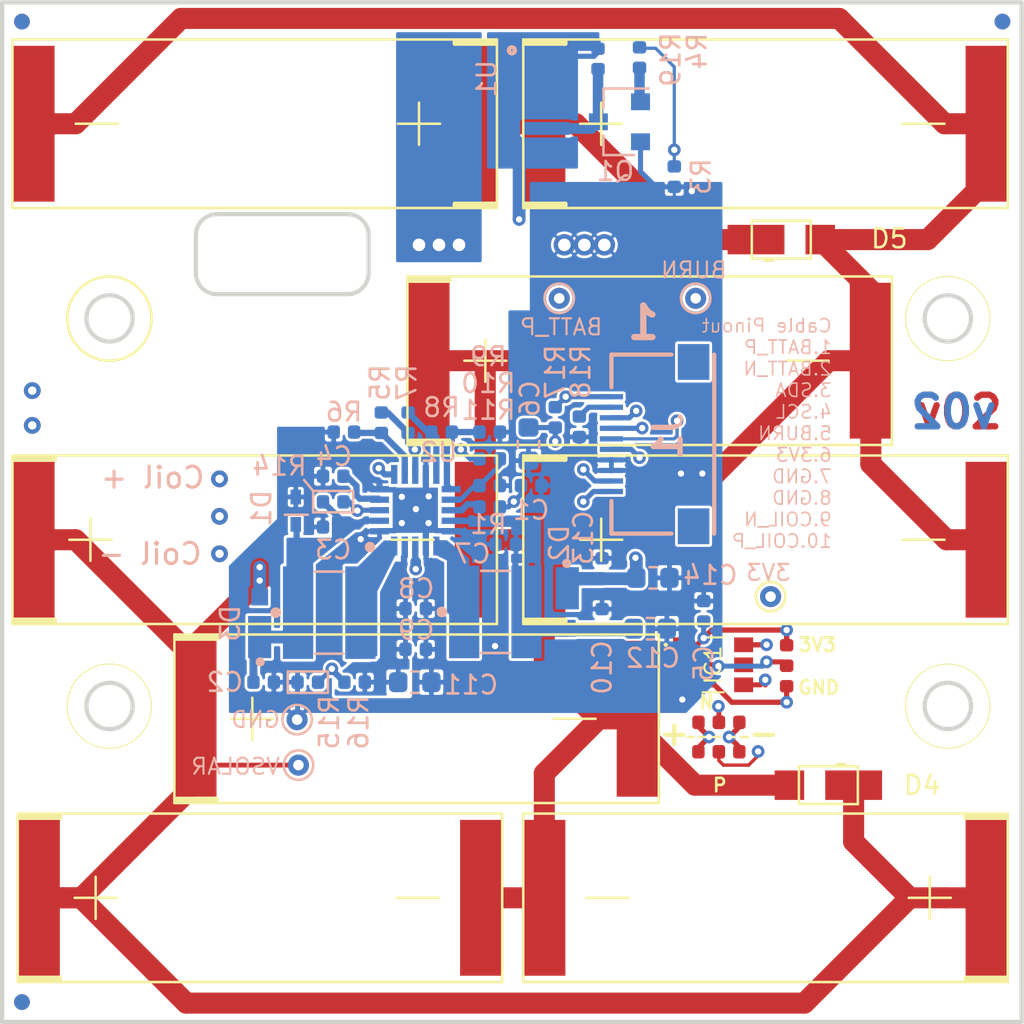
<source format=kicad_pcb>
(kicad_pcb (version 20171130) (host pcbnew 5.0.2-bee76a0~70~ubuntu18.04.1)
  (layers (0 Top signal) (1 In1.Cu signal hide) (2 In2.Cu signal hide) (3 In3.Cu signal hide) (4 In4.Cu signal hide) (31 Bottom signal) (34 B.Paste user hide) (35 F.Paste user hide) (36 B.SilkS user) (37 F.SilkS user) (38 B.Mask user) (39 F.Mask user) (44 Edge.Cuts user))
  (net 0 "")
  (net 1 "Net-(IC1-Pad2)")
  (net 2 +3V3)
  (net 3 GND)
  (net 4 SDA1)
  (net 5 SCL1)
  (net 6 /VBURN)
  (net 7 "Net-(Q1-Pad3)")
  (net 8 "Net-(Q1-Pad1)")
  (net 9 BURN1)
  (net 10 BATT_P)
  (net 11 BATT_N)
  (net 12 COIL_N)
  (net 13 /VBAT)
  (net 14 "Net-(L1-Pad2)")
  (net 15 VOUT_EN)
  (net 16 VSOLAR)
  (net 17 VBAT_OK)
  (net 18 COIL_P)
  (net 19 "Net-(C4-Pad1)")
  (net 20 "Net-(C10-Pad1)")
  (net 21 "Net-(C11-Pad1)")
  (net 22 "Net-(L2-Pad1)")
  (net 23 "Net-(R10-Pad2)")
  (net 24 "Net-(R5-Pad1)")
  (net 25 "Net-(R7-Pad1)")
  (net 26 "Net-(R8-Pad1)")
  (net 27 "Net-(R10-Pad1)")
  (net 28 "Net-(R14-Pad1)")
  (net 29 /coil)
  (net 30 SOLAR_OUT)
  (net 31 "Net-(D4-Pad2)")
  (module Fiducial:Fiducial_0.75mm_Mask1.5mm (layer Bottom) (at 90.95 87.45)
    (fp_text reference REF** hide)
    (fp_text value Fiducial_0.75mm_Mask1.5mm)
    (pad "" smd circle (at 0 0) (size 0.75 0.75) (layers Bottom B.Mask) (clearance 0.375))
  )
  (module Fiducial:Fiducial_0.75mm_Mask1.5mm (layer Bottom) (at 90.95 40.9)
    (fp_text reference REF** hide)
    (fp_text value Fiducial_0.75mm_Mask1.5mm)
    (pad "" smd circle (at 0 0) (size 0.75 0.75) (layers Bottom B.Mask) (clearance 0.375))
  )
  (module Fiducial:Fiducial_0.75mm_Mask1.5mm (layer Bottom) (at 137.5 40.9)
    (fp_text reference REF** hide)
    (fp_text value Fiducial_0.75mm_Mask1.5mm)
    (pad "" smd circle (at 0 0) (size 0.75 0.75) (layers Bottom B.Mask) (clearance 0.375))
  )
  (module Fiducial:Fiducial_0.75mm_Mask1.5mm (layer Top) (at 137.5 40.9)
    (fp_text reference REF** hide)
    (fp_text value Fiducial_0.75mm_Mask1.5mm)
    (pad "" smd circle (at 0 0) (size 0.75 0.75) (layers Top F.Mask) (clearance 0.375))
  )
  (module Fiducial:Fiducial_0.75mm_Mask1.5mm (layer Top) (at 90.95 40.9)
    (fp_text reference REF** hide)
    (fp_text value Fiducial_0.75mm_Mask1.5mm)
    (pad "" smd circle (at 0 0) (size 0.75 0.75) (layers Top F.Mask) (clearance 0.375))
  )
  (module custom-footprints:KXOB25-05X3F (layer Top) (at 115.75 45.75)
    (fp_text reference SC8 hide)
    (fp_text value SolarCell)
    (pad 2 smd rect (at 21 0) (size 2 7.4) (layers Top F.Paste F.Mask) (net 3 GND))
    (pad 1 smd rect (at 0 0) (size 2 7.4) (layers Top F.Paste F.Mask) (net 31 "Net-(D4-Pad2)"))
  )
  (module custom-footprints:KXOB25-05X3F (layer Top) (at 112.5 45.75 180)
    (fp_text reference SC7 hide)
    (fp_text value SolarCell)
    (pad 2 smd rect (at 21 0 180) (size 2 7.4) (layers Top F.Paste F.Mask) (net 3 GND))
    (pad 1 smd rect (at 0 0 180) (size 2 7.4) (layers Top F.Paste F.Mask) (net 31 "Net-(D4-Pad2)"))
  )
  (module custom-footprints:KXOB25-05X3F (layer Top) (at 110.25 57)
    (fp_text reference SC6 hide)
    (fp_text value SolarCell)
    (pad 2 smd rect (at 21 0) (size 2 7.4) (layers Top F.Paste F.Mask) (net 3 GND))
    (pad 1 smd rect (at 0 0) (size 2 7.4) (layers Top F.Paste F.Mask) (net 31 "Net-(D4-Pad2)"))
  )
  (module custom-footprints:KXOB25-05X3F (layer Top) (at 115.75 65.5)
    (fp_text reference SC5 hide)
    (fp_text value SolarCell)
    (pad 2 smd rect (at 21 0) (size 2 7.4) (layers Top F.Paste F.Mask) (net 3 GND))
    (pad 1 smd rect (at 0 0) (size 2 7.4) (layers Top F.Paste F.Mask) (net 31 "Net-(D4-Pad2)"))
  )
  (module custom-footprints:KXOB25-05X3F (layer Top) (at 91.5 65.5)
    (fp_text reference SC4 hide)
    (fp_text value SolarCell)
    (pad 2 smd rect (at 21 0) (size 2 7.4) (layers Top F.Paste F.Mask) (net 31 "Net-(D4-Pad2)"))
    (pad 1 smd rect (at 0 0) (size 2 7.4) (layers Top F.Paste F.Mask) (net 30 SOLAR_OUT))
  )
  (module custom-footprints:KXOB25-05X3F (layer Top) (at 99.187 74)
    (fp_text reference SC3 hide)
    (fp_text value SolarCell)
    (pad 2 smd rect (at 21 0) (size 2 7.4) (layers Top F.Paste F.Mask) (net 31 "Net-(D4-Pad2)"))
    (pad 1 smd rect (at 0 0) (size 2 7.4) (layers Top F.Paste F.Mask) (net 30 SOLAR_OUT))
  )
  (module custom-footprints:KXOB25-05X3F (layer Top) (at 136.75 82.5 180)
    (fp_text reference SC2 hide)
    (fp_text value SolarCell)
    (pad 2 smd rect (at 21 0 180) (size 2 7.4) (layers Top F.Paste F.Mask) (net 31 "Net-(D4-Pad2)"))
    (pad 1 smd rect (at 0 0 180) (size 2 7.4) (layers Top F.Paste F.Mask) (net 30 SOLAR_OUT))
  )
  (module custom-footprints:KXOB25-05X3F (layer Top) (at 91.75 82.5)
    (fp_text reference SC1 hide)
    (fp_text value SolarCell)
    (pad 2 smd rect (at 21 0) (size 2 7.4) (layers Top F.Paste F.Mask) (net 31 "Net-(D4-Pad2)"))
    (pad 1 smd rect (at 0 0) (size 2 7.4) (layers Top F.Paste F.Mask) (net 30 SOLAR_OUT))
  )
  (module misc-circuits:XF2M-1015-1A (layer Bottom) (at 118.9355 60.96 270)
    (fp_text reference J1 (at -0.37186 -2.68404 90) (layer B.SilkS) (effects (font (size 1.27 1.27) (thickness 0.254)) (justify mirror)))
    (fp_text value XF2M-1015-1A hide)
    (pad 1 smd rect (at -2.25 0 270) (size 0.25 1.1) (layers Bottom B.Paste B.Mask) (net 10 BATT_P))
    (pad 2 smd rect (at -1.75 0 270) (size 0.25 1.1) (layers Bottom B.Paste B.Mask) (net 11 BATT_N))
    (pad 3 smd rect (at -1.25 0 270) (size 0.25 1.1) (layers Bottom B.Paste B.Mask) (net 4 SDA1))
    (pad 4 smd rect (at -0.75 0 270) (size 0.25 1.1) (layers Bottom B.Paste B.Mask) (net 5 SCL1))
    (pad 5 smd rect (at -0.25 0 270) (size 0.25 1.1) (layers Bottom B.Paste B.Mask) (net 9 BURN1))
    (pad 6 smd rect (at 0.25 0 270) (size 0.25 1.1) (layers Bottom B.Paste B.Mask) (net 2 +3V3))
    (pad 7 smd rect (at 0.75 0 270) (size 0.25 1.1) (layers Bottom B.Paste B.Mask) (net 3 GND))
    (pad 8 smd rect (at 1.25 0 270) (size 0.25 1.1) (layers Bottom B.Paste B.Mask) (net 3 GND))
    (pad 9 smd rect (at 1.75 0 270) (size 0.25 1.1) (layers Bottom B.Paste B.Mask) (net 12 COIL_N))
    (pad 10 smd rect (at 2.25 0 270) (size 0.25 1.1) (layers Bottom B.Paste B.Mask) (net 18 COIL_P))
    (pad 11 smd rect (at -3.9 -3.9 180) (size 1.5 1.7) (layers Bottom B.Paste B.Mask))
    (pad 12 smd rect (at 3.9 -3.9 180) (size 1.5 1.7) (layers Bottom B.Paste B.Mask))
  )
  (module misc-circuits:TSL2561 (layer Top) (at 123.7615 71.4375)
    (fp_text reference IC1 (at 0 0.002 90) (layer F.SilkS) (effects (font (size 0.762 0.762) (thickness 0.1016))))
    (fp_text value TSL2561 hide)
    (pad 1 smd rect (at -1.45 -0.95 90) (size 0.7 0.9) (layers Top F.Paste F.Mask) (net 2 +3V3))
    (pad 2 smd rect (at -1.45 0 90) (size 0.7 0.9) (layers Top F.Paste F.Mask) (net 1 "Net-(IC1-Pad2)"))
    (pad 3 smd rect (at -1.45 0.95 90) (size 0.7 0.9) (layers Top F.Paste F.Mask) (net 3 GND))
    (pad 4 smd rect (at 1.45 0.95 90) (size 0.7 0.9) (layers Top F.Paste F.Mask) (net 5 SCL1))
    (pad 5 smd rect (at 1.45 0 90) (size 0.7 0.9) (layers Top F.Paste F.Mask))
    (pad 6 smd rect (at 1.45 -0.95 90) (size 0.7 0.9) (layers Top F.Paste F.Mask) (net 4 SDA1))
  )
  (module SolarCellParts:Burn-Wire-Rotated (layer Top) (at 111.7 51.5)
    (fp_text reference JP1 hide)
    (fp_text value Jumper)
    (pad 200 thru_hole circle (at 5 0) (size 1.016 1.016) (drill 0.6) (layers *.Cu *.Mask) (net 3 GND))
    (pad 20 thru_hole circle (at 5.95 0) (size 1.016 1.016) (drill 0.6) (layers *.Cu *.Mask) (net 3 GND))
    (pad 100 thru_hole circle (at 0 0) (size 1.016 1.016) (drill 0.6) (layers *.Cu *.Mask) (net 6 /VBURN))
    (pad 10 thru_hole circle (at -0.95 0) (size 1.016 1.016) (drill 0.6) (layers *.Cu *.Mask) (net 6 /VBURN))
    (pad 2 thru_hole circle (at 6.9 0) (size 1.016 1.016) (drill 0.6) (layers *.Cu *.Mask) (net 3 GND))
    (pad 1 thru_hole circle (at -1.9 0) (size 1.016 1.016) (drill 0.6) (layers *.Cu *.Mask) (net 6 /VBURN))
  )
  (module TestPoint:TestPoint_THTPad_D1.0mm_Drill0.5mm (layer Bottom) (at 116.459 54.0385)
    (fp_text reference TP5 hide)
    (fp_text value TP)
    (pad 1 thru_hole circle (at 0 0) (size 1 1) (drill 0.5) (layers *.Cu *.Mask) (net 10 BATT_P))
  )
  (module TestPoint:TestPoint_THTPad_D1.0mm_Drill0.5mm (layer Bottom) (at 122.936 54.0385)
    (fp_text reference TP4 hide)
    (fp_text value TP)
    (pad 1 thru_hole circle (at 0 0) (size 1 1) (drill 0.5) (layers *.Cu *.Mask) (net 9 BURN1))
  )
  (module TestPoint:TestPoint_THTPad_D1.0mm_Drill0.5mm (layer Top) (at 126.492 68.199)
    (fp_text reference TP3 hide)
    (fp_text value TP)
    (pad 1 thru_hole circle (at 0 0) (size 1 1) (drill 0.5) (layers *.Cu *.Mask) (net 2 +3V3))
  )
  (module TestPoint:TestPoint_THTPad_D1.0mm_Drill0.5mm (layer Bottom) (at 104.013 74.041)
    (fp_text reference TP2 hide)
    (fp_text value TP)
    (pad 1 thru_hole circle (at 0 0) (size 1 1) (drill 0.5) (layers *.Cu *.Mask) (net 3 GND))
  )
  (module TestPoint:TestPoint_THTPad_D1.0mm_Drill0.5mm (layer Bottom) (at 104.0765 76.2)
    (fp_text reference TP1 hide)
    (fp_text value TP)
    (pad 1 thru_hole circle (at 0 0) (size 1 1) (drill 0.5) (layers *.Cu *.Mask) (net 30 SOLAR_OUT))
  )
  (module custom-footprints:NDS8434 (layer Bottom) (at 113.2205 44.069 270)
    (fp_text reference U1 (at -0.457406 0.203291 270) (layer B.SilkS) (effects (font (size 0.889 0.889) (thickness 0.127)) (justify mirror)))
    (fp_text value NDS8434 hide)
    (pad 8 smd rect (at -1.905 2.6162 270) (size 0.6096 2.2098) (layers Bottom B.Paste B.Mask) (net 6 /VBURN))
    (pad 7 smd rect (at -0.635 2.6162 270) (size 0.6096 2.2098) (layers Bottom B.Paste B.Mask) (net 6 /VBURN))
    (pad 6 smd rect (at 0.635 2.6162 270) (size 0.6096 2.2098) (layers Bottom B.Paste B.Mask) (net 6 /VBURN))
    (pad 5 smd rect (at 1.905 2.6162 270) (size 0.6096 2.2098) (layers Bottom B.Paste B.Mask) (net 6 /VBURN))
    (pad 4 smd rect (at 1.905 -2.6162 270) (size 0.6096 2.2098) (layers Bottom B.Paste B.Mask) (net 7 "Net-(Q1-Pad3)"))
    (pad 3 smd rect (at 0.635 -2.6162 270) (size 0.6096 2.2098) (layers Bottom B.Paste B.Mask) (net 10 BATT_P))
    (pad 2 smd rect (at -0.635 -2.6162 270) (size 0.6096 2.2098) (layers Bottom B.Paste B.Mask) (net 10 BATT_P))
    (pad 1 smd rect (at -1.905 -2.6162 270) (size 0.6096 2.2098) (layers Bottom B.Paste B.Mask) (net 10 BATT_P))
  )
  (module Resistor_SMD:R_0402_1005Metric (layer Bottom) (at 118.3005 42.672 90)
    (fp_text reference R19 (at -0.028 3.4495 270) (layer B.SilkS) (effects (font (size 0.889 0.889) (thickness 0.127)) (justify mirror)))
    (fp_text value 100k)
    (pad 2 smd roundrect (at 0.485 0 90) (size 0.59 0.64) (layers Bottom B.Paste B.Mask) (net 10 BATT_P))
    (pad 1 smd roundrect (at -0.485 0 90) (size 0.59 0.64) (layers Bottom B.Paste B.Mask) (net 7 "Net-(Q1-Pad3)"))
  )
  (module Resistor_SMD:R_0402_1005Metric (layer Bottom) (at 120.269 42.6085 90)
    (fp_text reference R4 (at 0.3085 2.731 270) (layer B.SilkS) (effects (font (size 0.889 0.889) (thickness 0.127)) (justify mirror)))
    (fp_text value 4.7k)
    (pad 2 smd roundrect (at 0.485 0 90) (size 0.59 0.64) (layers Bottom B.Paste B.Mask) (net 9 BURN1))
    (pad 1 smd roundrect (at -0.485 0 90) (size 0.59 0.64) (layers Bottom B.Paste B.Mask) (net 8 "Net-(Q1-Pad1)"))
  )
  (module Resistor_SMD:R_0402_1005Metric (layer Bottom) (at 121.92 48.26 270)
    (fp_text reference R3 (at 0 -1.27 270) (layer B.SilkS) (effects (font (size 0.889 0.889) (thickness 0.127)) (justify mirror)))
    (fp_text value 10k)
    (pad 2 smd roundrect (at 0.485 0 270) (size 0.59 0.64) (layers Bottom B.Paste B.Mask) (net 3 GND))
    (pad 1 smd roundrect (at -0.485 0 270) (size 0.59 0.64) (layers Bottom B.Paste B.Mask) (net 9 BURN1))
  )
  (module Package_TO_SOT_SMD:SOT-23 (layer Bottom) (at 119.3165 45.6565 180)
    (fp_text reference Q1 (at 0.1905 -2.3495) (layer B.SilkS) (effects (font (size 0.889 0.889) (thickness 0.127)) (justify mirror)))
    (fp_text value IRLML2803)
    (pad 3 smd rect (at 1 0 180) (size 0.9 0.8) (layers Bottom B.Paste B.Mask) (net 7 "Net-(Q1-Pad3)"))
    (pad 2 smd rect (at -1 -0.95 180) (size 0.9 0.8) (layers Bottom B.Paste B.Mask) (net 3 GND))
    (pad 1 smd rect (at -1 0.95 180) (size 0.9 0.8) (layers Bottom B.Paste B.Mask) (net 8 "Net-(Q1-Pad1)"))
  )
  (module "SolarCellParts:SB Diode" (layer Top) (at 127 51.25)
    (fp_text reference D5 (at 5.1308 -0.0436) (layer F.SilkS) (effects (font (size 0.889 0.889) (thickness 0.127))))
    (fp_text value SBDiode)
    (pad 2 smd rect (at 1.85 0) (size 1.4 1.4) (layers Top F.Paste F.Mask) (net 3 GND))
    (pad 1 smd rect (at -1.2 0) (size 2.7 1.4) (layers Top F.Paste F.Mask) (net 31 "Net-(D4-Pad2)"))
  )
  (module "SolarCellParts:SB Diode" (layer Top) (at 129.2352 77.1525 180)
    (fp_text reference D4 (at -4.45 0) (layer F.SilkS) (effects (font (size 0.889 0.889) (thickness 0.127))))
    (fp_text value SBDiode)
    (pad 2 smd rect (at 1.85 0 180) (size 1.4 1.4) (layers Top F.Paste F.Mask) (net 31 "Net-(D4-Pad2)"))
    (pad 1 smd rect (at -1.2 0 180) (size 2.7 1.4) (layers Top F.Paste F.Mask) (net 30 SOLAR_OUT))
  )
  (module Resistor_SMD:R_0402_1005Metric (layer Top) (at 124.5235 74.168 180)
    (fp_text reference R22 hide)
    (fp_text value 0)
    (pad 2 smd roundrect (at 0.485 0 180) (size 0.59 0.64) (layers Top F.Paste F.Mask) (net 12 COIL_N))
    (pad 1 smd roundrect (at -0.485 0 180) (size 0.59 0.64) (layers Top F.Paste F.Mask) (net 29 /coil))
  )
  (module Resistor_SMD:R_0402_1005Metric (layer Top) (at 123.55322 74.168 180)
    (fp_text reference R21 hide)
    (fp_text value 0)
    (pad 2 smd roundrect (at 0.485 0 180) (size 0.59 0.64) (layers Top F.Paste F.Mask) (net 29 /coil))
    (pad 1 smd roundrect (at -0.485 0 180) (size 0.59 0.64) (layers Top F.Paste F.Mask) (net 12 COIL_N))
  )
  (module Resistor_SMD:R_0402_1005Metric (layer Top) (at 124.5235 75.565)
    (fp_text reference R2 hide)
    (fp_text value 0)
    (pad 2 smd roundrect (at 0.485 0) (size 0.59 0.64) (layers Top F.Paste F.Mask) (net 29 /coil))
    (pad 1 smd roundrect (at -0.485 0) (size 0.59 0.64) (layers Top F.Paste F.Mask) (net 18 COIL_P))
  )
  (module Resistor_SMD:R_0402_1005Metric (layer Top) (at 127.254 71.9685 90)
    (fp_text reference R13 hide)
    (fp_text value 0)
    (pad 2 smd roundrect (at 0.485 0 90) (size 0.59 0.64) (layers Top F.Paste F.Mask) (net 1 "Net-(IC1-Pad2)"))
    (pad 1 smd roundrect (at -0.485 0 90) (size 0.59 0.64) (layers Top F.Paste F.Mask) (net 3 GND))
  )
  (module Resistor_SMD:R_0402_1005Metric (layer Top) (at 127.254 70.993 90)
    (fp_text reference R12 hide)
    (fp_text value 0)
    (pad 2 smd roundrect (at 0.485 0 90) (size 0.59 0.64) (layers Top F.Paste F.Mask) (net 2 +3V3))
    (pad 1 smd roundrect (at -0.485 0 90) (size 0.59 0.64) (layers Top F.Paste F.Mask) (net 1 "Net-(IC1-Pad2)"))
  )
  (module Capacitor_SMD:C_0402_1005Metric (layer Bottom) (at 123.317 68.8975 270)
    (fp_text reference C5 (at 2.4765 0 90) (layer B.SilkS) (effects (font (size 0.889 0.889) (thickness 0.127)) (justify mirror)))
    (fp_text value 0.1uF)
    (pad 2 smd roundrect (at 0.485 0 270) (size 0.59 0.64) (layers Bottom B.Paste B.Mask) (net 2 +3V3))
    (pad 1 smd roundrect (at -0.485 0 270) (size 0.59 0.64) (layers Bottom B.Paste B.Mask) (net 3 GND))
  )
  (module Capacitor_SMD:C_0603_1608Metric (layer Bottom) (at 114.9985 60.96 270)
    (fp_text reference C6 (at -2.159 -0.0635 270) (layer B.SilkS) (effects (font (size 0.889 0.889) (thickness 0.127)) (justify mirror)))
    (fp_text value 100uF)
    (pad 2 smd roundrect (at 0.7875 0 270) (size 0.875 0.95) (layers Bottom B.Paste B.Mask) (net 3 GND))
    (pad 1 smd roundrect (at -0.7875 0 270) (size 0.875 0.95) (layers Bottom B.Paste B.Mask) (net 13 /VBAT))
  )
  (module Capacitor_SMD:C_0402_1005Metric (layer Bottom) (at 109.64416 70.702656)
    (fp_text reference C9 (at 0.02034 -0.916156) (layer B.SilkS) (effects (font (size 0.889 0.889) (thickness 0.127)) (justify mirror)))
    (fp_text value 0.1uF)
    (pad 2 smd roundrect (at 0.485 0) (size 0.59 0.64) (layers Bottom B.Paste B.Mask) (net 3 GND))
    (pad 1 smd roundrect (at -0.485 0) (size 0.59 0.64) (layers Bottom B.Paste B.Mask) (net 21 "Net-(C11-Pad1)"))
  )
  (module Capacitor_SMD:C_0603_1608Metric (layer Bottom) (at 120.904 67.31)
    (fp_text reference C14 (at 2.7305 -0.127 180) (layer B.SilkS) (effects (font (size 0.889 0.889) (thickness 0.127)) (justify mirror)))
    (fp_text value 100uF)
    (pad 2 smd roundrect (at 0.7875 0) (size 0.875 0.95) (layers Bottom B.Paste B.Mask) (net 3 GND))
    (pad 1 smd roundrect (at -0.7875 0) (size 0.875 0.95) (layers Bottom B.Paste B.Mask) (net 2 +3V3))
  )
  (module misc-circuits:SOD523 (layer Bottom) (at 103.9495 64.17 90)
    (fp_text reference D1 (at -0.7905 -2.1463 90) (layer B.SilkS) (effects (font (size 0.889 0.889) (thickness 0.127)) (justify right top mirror)))
    (fp_text value SDM20U40-7)
    (pad C smd rect (at -0.6 0 90) (size 0.7 0.5) (layers Bottom B.Paste B.Mask) (net 16 VSOLAR))
    (pad A smd rect (at 0.7 0 90) (size 0.7 0.5) (layers Bottom B.Paste B.Mask) (net 3 GND))
  )
  (module misc-circuits:QFN50P350X350X100-21N-D (layer Bottom) (at 109.62416 64.098656)
    (fp_text reference U2 (at 1.11984 -2.757656) (layer B.SilkS) (effects (font (size 0.889 0.889) (thickness 0.127)) (justify mirror)))
    (fp_text value Value hide)
    (pad 21 smd rect (at 0 0) (size 2.15 2.15) (layers Bottom B.Paste B.Mask) (net 3 GND))
    (pad 20 smd rect (at -1 1.7) (size 0.3 0.9) (layers Bottom B.Paste B.Mask) (net 14 "Net-(L1-Pad2)"))
    (pad 19 smd rect (at -0.5 1.7) (size 0.3 0.9) (layers Bottom B.Paste B.Mask) (net 21 "Net-(C11-Pad1)"))
    (pad 18 smd rect (at 0 1.7) (size 0.3 0.9) (layers Bottom B.Paste B.Mask) (net 13 /VBAT))
    (pad 17 smd rect (at 0.5 1.7) (size 0.3 0.9) (layers Bottom B.Paste B.Mask) (net 3 GND))
    (pad 16 smd rect (at 1 1.7) (size 0.3 0.9) (layers Bottom B.Paste B.Mask) (net 22 "Net-(L2-Pad1)"))
    (pad 15 smd rect (at 1.7 1 270) (size 0.3 0.9) (layers Bottom B.Paste B.Mask) (net 3 GND))
    (pad 14 smd rect (at 1.7 0.5 270) (size 0.3 0.9) (layers Bottom B.Paste B.Mask) (net 20 "Net-(C10-Pad1)"))
    (pad 13 smd rect (at 1.7 0 270) (size 0.3 0.9) (layers Bottom B.Paste B.Mask) (net 17 VBAT_OK))
    (pad 12 smd rect (at 1.7 -0.5 270) (size 0.3 0.9) (layers Bottom B.Paste B.Mask) (net 27 "Net-(R10-Pad1)"))
    (pad 11 smd rect (at 1.7 -1 270) (size 0.3 0.9) (layers Bottom B.Paste B.Mask) (net 26 "Net-(R8-Pad1)"))
    (pad 10 smd rect (at 1 -1.7) (size 0.3 0.9) (layers Bottom B.Paste B.Mask) (net 25 "Net-(R7-Pad1)"))
    (pad 9 smd rect (at 0.5 -1.7) (size 0.3 0.9) (layers Bottom B.Paste B.Mask) (net 3 GND))
    (pad 8 smd rect (at 0 -1.7) (size 0.3 0.9) (layers Bottom B.Paste B.Mask) (net 23 "Net-(R10-Pad2)"))
    (pad 7 smd rect (at -0.5 -1.7) (size 0.3 0.9) (layers Bottom B.Paste B.Mask) (net 24 "Net-(R5-Pad1)"))
    (pad 6 smd rect (at -1 -1.7) (size 0.3 0.9) (layers Bottom B.Paste B.Mask) (net 15 VOUT_EN))
    (pad 5 smd rect (at -1.7 -1 270) (size 0.3 0.9) (layers Bottom B.Paste B.Mask) (net 3 GND))
    (pad 4 smd rect (at -1.7 -0.5 270) (size 0.3 0.9) (layers Bottom B.Paste B.Mask) (net 19 "Net-(C4-Pad1)"))
    (pad 3 smd rect (at -1.7 0 270) (size 0.3 0.9) (layers Bottom B.Paste B.Mask) (net 28 "Net-(R14-Pad1)"))
    (pad 2 smd rect (at -1.7 0.5 270) (size 0.3 0.9) (layers Bottom B.Paste B.Mask) (net 16 VSOLAR))
    (pad 1 smd rect (at -1.7 1 270) (size 0.3 0.9) (layers Bottom B.Paste B.Mask) (net 3 GND))
  )
  (module Resistor_SMD:R_0402_1005Metric (layer Bottom) (at 106.2355 60.3885)
    (fp_text reference R6 (at 0 -0.9525 180) (layer B.SilkS) (effects (font (size 0.889 0.889) (thickness 0.127)) (justify mirror)))
    (fp_text value 5.62M)
    (pad 2 smd roundrect (at 0.485 0) (size 0.59 0.64) (layers Bottom B.Paste B.Mask) (net 24 "Net-(R5-Pad1)"))
    (pad 1 smd roundrect (at -0.485 0) (size 0.59 0.64) (layers Bottom B.Paste B.Mask) (net 3 GND))
  )
  (module Resistor_SMD:R_0402_1005Metric (layer Bottom) (at 108.0135 59.944 90)
    (fp_text reference R5 (at 1.905 -0.0635 270) (layer B.SilkS) (effects (font (size 0.889 0.889) (thickness 0.127)) (justify mirror)))
    (fp_text value 7.32M)
    (pad 2 smd roundrect (at 0.485 0 90) (size 0.59 0.64) (layers Bottom B.Paste B.Mask) (net 23 "Net-(R10-Pad2)"))
    (pad 1 smd roundrect (at -0.485 0 90) (size 0.59 0.64) (layers Bottom B.Paste B.Mask) (net 24 "Net-(R5-Pad1)"))
  )
  (module Resistor_SMD:R_0402_1005Metric (layer Bottom) (at 106.7435 72.263 180)
    (fp_text reference R16 (at -0.1905 -1.905 90) (layer B.SilkS) (effects (font (size 0.889 0.889) (thickness 0.127)) (justify mirror)))
    (fp_text value 0)
    (pad 2 smd roundrect (at 0.485 0 180) (size 0.59 0.64) (layers Bottom B.Paste B.Mask) (net 28 "Net-(R14-Pad1)"))
    (pad 1 smd roundrect (at -0.485 0 180) (size 0.59 0.64) (layers Bottom B.Paste B.Mask) (net 21 "Net-(C11-Pad1)"))
  )
  (module Capacitor_SMD:C_0402_1005Metric (layer Bottom) (at 109.64416 68.7705)
    (fp_text reference C8 (at 0.02034 -0.9525) (layer B.SilkS) (effects (font (size 0.889 0.889) (thickness 0.127)) (justify mirror)))
    (fp_text value 4.7uF)
    (pad 2 smd roundrect (at 0.485 0) (size 0.59 0.64) (layers Bottom B.Paste B.Mask) (net 3 GND))
    (pad 1 smd roundrect (at -0.485 0) (size 0.59 0.64) (layers Bottom B.Paste B.Mask) (net 21 "Net-(C11-Pad1)"))
  )
  (module Capacitor_SMD:C_0603_1608Metric (layer Bottom) (at 120.777 69.723)
    (fp_text reference C12 (at 0.127 1.397 180) (layer B.SilkS) (effects (font (size 0.889 0.889) (thickness 0.127)) (justify mirror)))
    (fp_text value 100uF)
    (pad 2 smd roundrect (at 0.7875 0) (size 0.875 0.95) (layers Bottom B.Paste B.Mask) (net 3 GND))
    (pad 1 smd roundrect (at -0.7875 0) (size 0.875 0.95) (layers Bottom B.Paste B.Mask) (net 20 "Net-(C10-Pad1)"))
  )
  (module Capacitor_SMD:C_0402_1005Metric (layer Bottom) (at 118.491 66.8655 90)
    (fp_text reference C13 (at 1.4605 -0.889 90) (layer B.SilkS) (effects (font (size 0.889 0.889) (thickness 0.127)) (justify mirror)))
    (fp_text value 0.1uF)
    (pad 2 smd roundrect (at 0.485 0 90) (size 0.59 0.64) (layers Bottom B.Paste B.Mask) (net 3 GND))
    (pad 1 smd roundrect (at -0.485 0 90) (size 0.59 0.64) (layers Bottom B.Paste B.Mask) (net 2 +3V3))
  )
  (module Resistor_SMD:R_0402_1005Metric (layer Bottom) (at 109.2835 59.944 270)
    (fp_text reference R7 (at -1.905 0.0635 270) (layer B.SilkS) (effects (font (size 0.889 0.889) (thickness 0.127)) (justify mirror)))
    (fp_text value 374K)
    (pad 2 smd roundrect (at 0.485 0 270) (size 0.59 0.64) (layers Bottom B.Paste B.Mask) (net 23 "Net-(R10-Pad2)"))
    (pad 1 smd roundrect (at -0.485 0 270) (size 0.59 0.64) (layers Bottom B.Paste B.Mask) (net 25 "Net-(R7-Pad1)"))
  )
  (module Resistor_SMD:R_0402_1005Metric (layer Bottom) (at 113.157 62.9285 180)
    (fp_text reference R11 (at 0.0635 3.583) (layer B.SilkS) (effects (font (size 0.889 0.889) (thickness 0.127)) (justify mirror)))
    (fp_text value 4.75M)
    (pad 2 smd roundrect (at 0.485 0 180) (size 0.59 0.64) (layers Bottom B.Paste B.Mask) (net 27 "Net-(R10-Pad1)"))
    (pad 1 smd roundrect (at -0.485 0 180) (size 0.59 0.64) (layers Bottom B.Paste B.Mask) (net 3 GND))
  )
  (module Resistor_SMD:R_0402_1005Metric (layer Bottom) (at 113.157 60.3885 180)
    (fp_text reference R9 (at 0.0635 3.583) (layer B.SilkS) (effects (font (size 0.889 0.889) (thickness 0.127)) (justify mirror)))
    (fp_text value 4.53M)
    (pad 2 smd roundrect (at 0.485 0 180) (size 0.59 0.64) (layers Bottom B.Paste B.Mask) (net 26 "Net-(R8-Pad1)"))
    (pad 1 smd roundrect (at -0.485 0 180) (size 0.59 0.64) (layers Bottom B.Paste B.Mask) (net 3 GND))
  )
  (module Resistor_SMD:R_0402_1005Metric (layer Bottom) (at 113.157 61.6585 180)
    (fp_text reference R10 (at 0.0635 3.583) (layer B.SilkS) (effects (font (size 0.889 0.889) (thickness 0.127)) (justify mirror)))
    (fp_text value 8.25M)
    (pad 2 smd roundrect (at 0.485 0 180) (size 0.59 0.64) (layers Bottom B.Paste B.Mask) (net 23 "Net-(R10-Pad2)"))
    (pad 1 smd roundrect (at -0.485 0 180) (size 0.59 0.64) (layers Bottom B.Paste B.Mask) (net 27 "Net-(R10-Pad1)"))
  )
  (module Resistor_SMD:R_0402_1005Metric (layer Bottom) (at 110.871 60.3885 180)
    (fp_text reference R8 (at 0 1.17) (layer B.SilkS) (effects (font (size 0.889 0.889) (thickness 0.127)) (justify mirror)))
    (fp_text value 8.25M)
    (pad 2 smd roundrect (at 0.485 0 180) (size 0.59 0.64) (layers Bottom B.Paste B.Mask) (net 25 "Net-(R7-Pad1)"))
    (pad 1 smd roundrect (at -0.485 0 180) (size 0.59 0.64) (layers Bottom B.Paste B.Mask) (net 26 "Net-(R8-Pad1)"))
  )
  (module Resistor_SMD:R_0402_1005Metric (layer Bottom) (at 105.7275 63.7032 180)
    (fp_text reference R14 (at 2.5527 1.7018) (layer B.SilkS) (effects (font (size 0.889 0.889) (thickness 0.127)) (justify mirror)))
    (fp_text value 0)
    (pad 2 smd roundrect (at 0.485 0 180) (size 0.59 0.64) (layers Bottom B.Paste B.Mask) (net 16 VSOLAR))
    (pad 1 smd roundrect (at -0.485 0 180) (size 0.59 0.64) (layers Bottom B.Paste B.Mask) (net 28 "Net-(R14-Pad1)"))
  )
  (module Resistor_SMD:R_0402_1005Metric (layer Bottom) (at 104.521 72.263)
    (fp_text reference R15 (at 1.016 1.905 90) (layer B.SilkS) (effects (font (size 0.889 0.889) (thickness 0.127)) (justify mirror)))
    (fp_text value 0)
    (pad 2 smd roundrect (at 0.485 0) (size 0.59 0.64) (layers Bottom B.Paste B.Mask) (net 28 "Net-(R14-Pad1)"))
    (pad 1 smd roundrect (at -0.485 0) (size 0.59 0.64) (layers Bottom B.Paste B.Mask) (net 3 GND))
  )
  (module Resistor_SMD:R_0402_1005Metric (layer Bottom) (at 116.2685 59.69 270)
    (fp_text reference R17 (at -2.159 0 90) (layer B.SilkS) (effects (font (size 0.889 0.889) (thickness 0.127)) (justify mirror)))
    (fp_text value 0)
    (pad 2 smd roundrect (at 0.485 0 270) (size 0.59 0.64) (layers Bottom B.Paste B.Mask) (net 13 /VBAT))
    (pad 1 smd roundrect (at -0.485 0 270) (size 0.59 0.64) (layers Bottom B.Paste B.Mask) (net 10 BATT_P))
  )
  (module Resistor_SMD:R_0402_1005Metric (layer Bottom) (at 117.4115 60.1345 270)
    (fp_text reference R18 (at -2.6035 -0.0635 270) (layer B.SilkS) (effects (font (size 0.889 0.889) (thickness 0.127)) (justify mirror)))
    (fp_text value 0)
    (pad 2 smd roundrect (at 0.485 0 270) (size 0.59 0.64) (layers Bottom B.Paste B.Mask) (net 3 GND))
    (pad 1 smd roundrect (at -0.485 0 270) (size 0.59 0.64) (layers Bottom B.Paste B.Mask) (net 11 BATT_N))
  )
  (module Resistor_SMD:R_0402_1005Metric (layer Bottom) (at 113.157 63.9445)
    (fp_text reference R1 (at -0.0635 0.8255) (layer B.SilkS) (effects (font (size 0.889 0.889) (thickness 0.127)) (justify mirror)))
    (fp_text value 0)
    (pad 2 smd roundrect (at 0.485 0) (size 0.59 0.64) (layers Bottom B.Paste B.Mask) (net 15 VOUT_EN))
    (pad 1 smd roundrect (at -0.485 0) (size 0.59 0.64) (layers Bottom B.Paste B.Mask) (net 17 VBAT_OK))
  )
  (module misc-circuits:LPS4018 (layer Bottom) (at 113.42624 68.92798)
    (fp_text reference L2 hide)
    (fp_text value 10uH-LPS4018-103MR hide)
    (pad 2 smd rect (at 1.47955 0) (size 1.4351 4.3942) (layers Bottom B.Paste B.Mask) (net 20 "Net-(C10-Pad1)"))
    (pad 1 smd rect (at -1.47955 0) (size 1.4351 4.3942) (layers Bottom B.Paste B.Mask) (net 22 "Net-(L2-Pad1)"))
  )
  (module misc-circuits:LPS4018 (layer Bottom) (at 105.537 68.961)
    (fp_text reference L1 hide)
    (fp_text value 22uH-LPS4018-223MR hide)
    (pad 2 smd rect (at 1.47955 0) (size 1.4351 4.3942) (layers Bottom B.Paste B.Mask) (net 14 "Net-(L1-Pad2)"))
    (pad 1 smd rect (at -1.47955 0) (size 1.4351 4.3942) (layers Bottom B.Paste B.Mask) (net 16 VSOLAR))
  )
  (module Capacitor_SMD:C_0603_1608Metric (layer Bottom) (at 109.601 72.263)
    (fp_text reference C11 (at 2.667 0.127) (layer B.SilkS) (effects (font (size 0.889 0.889) (thickness 0.127)) (justify mirror)))
    (fp_text value 100uF)
    (pad 2 smd roundrect (at 0.7875 0) (size 0.875 0.95) (layers Bottom B.Paste B.Mask) (net 3 GND))
    (pad 1 smd roundrect (at -0.7875 0) (size 0.875 0.95) (layers Bottom B.Paste B.Mask) (net 21 "Net-(C11-Pad1)"))
  )
  (module Capacitor_SMD:C_0402_1005Metric (layer Bottom) (at 113.919 65.7225 180)
    (fp_text reference C7 (at 1.5875 -0.4445) (layer B.SilkS) (effects (font (size 0.889 0.889) (thickness 0.127)) (justify mirror)))
    (fp_text value 22uF)
    (pad 2 smd roundrect (at 0.485 0 180) (size 0.59 0.64) (layers Bottom B.Paste B.Mask) (net 3 GND))
    (pad 1 smd roundrect (at -0.485 0 180) (size 0.59 0.64) (layers Bottom B.Paste B.Mask) (net 20 "Net-(C10-Pad1)"))
  )
  (module Capacitor_SMD:C_0402_1005Metric (layer Bottom) (at 105.7275 62.484 180)
    (fp_text reference C4 (at -0.0381 0.9398) (layer B.SilkS) (effects (font (size 0.889 0.889) (thickness 0.127)) (justify mirror)))
    (fp_text value 10nF)
    (pad 2 smd roundrect (at 0.485 0 180) (size 0.59 0.64) (layers Bottom B.Paste B.Mask) (net 3 GND))
    (pad 1 smd roundrect (at -0.485 0 180) (size 0.59 0.64) (layers Bottom B.Paste B.Mask) (net 19 "Net-(C4-Pad1)"))
  )
  (module Capacitor_SMD:C_0402_1005Metric (layer Bottom) (at 102.4255 72.263)
    (fp_text reference C2 (at -1.8415 0 180) (layer B.SilkS) (effects (font (size 0.889 0.889) (thickness 0.127)) (justify mirror)))
    (fp_text value 0.1uF)
    (pad 2 smd roundrect (at 0.485 0) (size 0.59 0.64) (layers Bottom B.Paste B.Mask) (net 3 GND))
    (pad 1 smd roundrect (at -0.485 0) (size 0.59 0.64) (layers Bottom B.Paste B.Mask) (net 16 VSOLAR))
  )
  (module Capacitor_SMD:C_0402_1005Metric (layer Bottom) (at 118.491 69.2785 90)
    (fp_text reference C10 (at -2.286 0 270) (layer B.SilkS) (effects (font (size 0.889 0.889) (thickness 0.127)) (justify mirror)))
    (fp_text value 0.1uF)
    (pad 2 smd roundrect (at 0.485 0 90) (size 0.59 0.64) (layers Bottom B.Paste B.Mask) (net 3 GND))
    (pad 1 smd roundrect (at -0.485 0 90) (size 0.59 0.64) (layers Bottom B.Paste B.Mask) (net 20 "Net-(C10-Pad1)"))
  )
  (module Capacitor_SMD:C_0402_1005Metric (layer Bottom) (at 105.7275 64.897 180)
    (fp_text reference C3 (at 0 -1.0795) (layer B.SilkS) (effects (font (size 0.889 0.889) (thickness 0.127)) (justify mirror)))
    (fp_text value 4.7uF)
    (pad 2 smd roundrect (at 0.485 0 180) (size 0.59 0.64) (layers Bottom B.Paste B.Mask) (net 3 GND))
    (pad 1 smd roundrect (at -0.485 0 180) (size 0.59 0.64) (layers Bottom B.Paste B.Mask) (net 16 VSOLAR))
  )
  (module Capacitor_SMD:C_0402_1005Metric (layer Bottom) (at 115.1255 62.9285)
    (fp_text reference C1 (at 0 1.17) (layer B.SilkS) (effects (font (size 0.889 0.889) (thickness 0.127)) (justify mirror)))
    (fp_text value 1.0uF)
    (pad 2 smd roundrect (at 0.485 0) (size 0.59 0.64) (layers Bottom B.Paste B.Mask) (net 3 GND))
    (pad 1 smd roundrect (at -0.485 0) (size 0.59 0.64) (layers Bottom B.Paste B.Mask) (net 15 VOUT_EN))
  )
  (module misc-circuits:MICROSMP (layer Bottom) (at 116.84 68.453 270)
    (fp_text reference D2 (at -2.794 0.381 270) (layer B.SilkS) (effects (font (size 0.889 0.889) (thickness 0.127)) (justify mirror)))
    (fp_text value MSS1P4-M3_89A hide)
    (pad 2 smd rect (at 1.25 0 180) (size 0.8 0.8) (layers Bottom B.Paste B.Mask) (net 20 "Net-(C10-Pad1)"))
    (pad 1 smd rect (at -0.65 0 180) (size 1.1 2) (layers Bottom B.Paste B.Mask) (net 2 +3V3))
  )
  (module misc-circuits:MICROSMP (layer Bottom) (at 102.235 69.469 90)
    (fp_text reference D3 (at 0 -1.397 270) (layer B.SilkS) (effects (font (size 0.889 0.889) (thickness 0.127)) (justify mirror)))
    (fp_text value MSS1P4-M3_89A hide)
    (pad 1 smd rect (at -0.65 0) (size 1.1 2) (layers Bottom B.Paste B.Mask) (net 16 VSOLAR))
    (pad 2 smd rect (at 1.25 0) (size 0.8 0.8) (layers Bottom B.Paste B.Mask) (net 30 SOLAR_OUT))
  )
  (module Resistor_SMD:R_0402_1005Metric (layer Top) (at 123.55 75.565)
    (fp_text reference R20 hide)
    (fp_text value 0)
    (pad 1 smd roundrect (at -0.485 0) (size 0.59 0.64) (layers Top F.Paste F.Mask) (net 29 /coil))
    (pad 2 smd roundrect (at 0.485 0) (size 0.59 0.64) (layers Top F.Paste F.Mask) (net 18 COIL_P))
  )
  (module Fiducial:Fiducial_0.75mm_Mask1.5mm (layer Top) (at 90.95 87.45)
    (fp_text reference REF** hide)
    (fp_text value Fiducial_0.75mm_Mask1.5mm)
    (pad "" smd circle (at 0 0) (size 0.75 0.75) (layers Top F.Mask) (clearance 0.375))
  )
  (gr_text 1 (at 120.45 55.2) (layer B.SilkS) (effects (font (size 1.5 1.5) (thickness 0.3)) (justify mirror)))
  (gr_circle (center 134.9075 73.391) (end 133.8075 73.391) (layer Edge.Cuts) (width 0.2))
  (gr_circle (center 95.1075 73.391) (end 94.0075 73.391) (layer Edge.Cuts) (width 0.2))
  (gr_line (start 103.4288 64.3128) (end 104.521 64.3128) (layer B.SilkS) (width 0.12))
  (gr_text "Cable Pinout\n1.BATT_P\n2.BATT_N\n3.SDA\n4.SCL\n5.BURN\n6.3V3\n7.GND\n8.GND\n9.COIL_N\n10.COIL_P\n" (at 129.45 60.45) (layer B.SilkS) (effects (font (size 0.635 0.635) (thickness 0.0762)) (justify left mirror)))
  (gr_arc (start 106.4075 52.841) (end 106.4075 53.841) (angle -90) (layer Edge.Cuts) (width 0.2))
  (gr_arc (start 100.2075 52.841) (end 99.2075 52.841) (angle -90) (layer Edge.Cuts) (width 0.2))
  (gr_arc (start 106.4075 51.041) (end 107.4075 51.041) (angle -90) (layer Edge.Cuts) (width 0.2))
  (gr_arc (start 100.2075 51.041) (end 100.2075 50.041) (angle -90) (layer Edge.Cuts) (width 0.2))
  (gr_circle (center 95.1075 54.991) (end 94.0075 54.991) (layer Edge.Cuts) (width 0.2))
  (gr_line (start 106.4075 50.041) (end 100.2075 50.041) (layer Edge.Cuts) (width 0.2))
  (gr_line (start 138.4075 39.991) (end 138.4075 88.391) (layer Edge.Cuts) (width 0.2))
  (gr_line (start 138.4075 88.391) (end 90.0075 88.391) (layer Edge.Cuts) (width 0.2))
  (gr_line (start 90.0075 88.391) (end 90.0075 39.991) (layer Edge.Cuts) (width 0.2))
  (gr_line (start 90.0075 39.991) (end 138.4075 39.991) (layer Edge.Cuts) (width 0.2))
  (gr_line (start 100.2075 53.841) (end 106.4075 53.841) (layer Edge.Cuts) (width 0.2))
  (gr_circle (center 134.9075 54.991) (end 133.8075 54.991) (layer Edge.Cuts) (width 0.2))
  (gr_line (start 107.4075 52.841) (end 107.4075 51.041) (layer Edge.Cuts) (width 0.2))
  (gr_line (start 99.2075 51.041) (end 99.2075 52.841) (layer Edge.Cuts) (width 0.2))
  (gr_text BURN (at 122.85 52.7) (layer B.SilkS) (effects (font (size 0.762 0.762) (thickness 0.1016)) (justify mirror)))
  (gr_text BATT_P (at 116.55 55.4) (layer B.SilkS) (effects (font (size 0.762 0.762) (thickness 0.1016)) (justify mirror)))
  (gr_text 3V3 (at 127.508 67.056) (layer B.SilkS) (effects (font (size 0.762 0.762) (thickness 0.1016)) (justify left mirror)))
  (gr_text VSOLAR (at 101.092 76.2635) (layer B.SilkS) (effects (font (size 0.762 0.762) (thickness 0.1016)) (justify mirror)))
  (gr_text GND (at 102.0445 74.041) (layer B.SilkS) (effects (font (size 0.762 0.762) (thickness 0.1016)) (justify mirror)))
  (gr_text v02 (at 135.1915 59.436) (layer Bottom) (effects (font (size 1.5 1.5) (thickness 0.3)) (justify mirror)))
  (gr_text v02 (at 135.4455 59.436) (layer Top) (effects (font (size 1.5 1.5) (thickness 0.3))))
  (gr_line (start 104.775 63.1825) (end 104.3432 62.6618) (layer B.SilkS) (width 0.12))
  (gr_line (start 104.775 64.1985) (end 104.775 63.1825) (layer B.SilkS) (width 0.12))
  (gr_line (start 106.68 64.1985) (end 104.775 64.1985) (layer B.SilkS) (width 0.12))
  (gr_line (start 106.68 63.1825) (end 106.68 64.1985) (layer B.SilkS) (width 0.12))
  (gr_line (start 104.775 63.1825) (end 106.68 63.1825) (layer B.SilkS) (width 0.12))
  (gr_line (start 103.5685 72.771) (end 103.5685 71.755) (layer B.SilkS) (width 0.12))
  (gr_line (start 105.4735 72.771) (end 103.5685 72.771) (layer B.SilkS) (width 0.12))
  (gr_line (start 105.4735 71.755) (end 105.4735 72.771) (layer B.SilkS) (width 0.12))
  (gr_line (start 103.5685 71.755) (end 105.4735 71.755) (layer B.SilkS) (width 0.12))
  (gr_text 3V3 (at 128.7145 70.485) (layer F.SilkS) (effects (font (size 0.635 0.635) (thickness 0.127))))
  (gr_text + (at 121.92 74.676) (layer F.SilkS) (effects (font (size 1.143 1.143) (thickness 0.2032))))
  (gr_text GND (at 128.778 72.517) (layer F.SilkS) (effects (font (size 0.635 0.635) (thickness 0.127))))
  (gr_text N (at 123.444 73.152 180) (layer F.SilkS) (effects (font (size 0.635 0.635) (thickness 0.127))))
  (gr_text P (at 124.079 77.1525) (layer F.SilkS) (effects (font (size 0.635 0.635) (thickness 0.127))))
  (gr_text - (at 126.1745 74.676) (layer F.SilkS) (effects (font (size 1.143 1.143) (thickness 0.2032))))
  (gr_line (start 124.079 74.8665) (end 123.7615 74.8665) (layer F.SilkS) (width 0.12))
  (gr_line (start 123.1265 74.8665) (end 123.444 74.8665) (layer F.SilkS) (width 0.12))
  (gr_line (start 122.8725 74.8665) (end 122.555 74.8665) (layer F.SilkS) (width 0.12))
  (gr_line (start 125.4125 74.8665) (end 125.095 74.8665) (layer F.SilkS) (width 0.12))
  (gr_line (start 124.46 74.8665) (end 124.7775 74.8665) (layer F.SilkS) (width 0.12))
  (gr_text "Coil -" (at 97.028 66.167) (layer B.SilkS) (effects (font (size 1 1)) (justify mirror)))
  (gr_text "Coil +" (at 97.155 62.5475) (layer B.SilkS) (effects (font (size 1 1)) (justify mirror)))
  (gr_circle (center 95.1 73.4) (end 97.1 73.4) (layer F.SilkS) (width 0.05))
  (gr_circle (center 134.9 73.4) (end 136.9 73.4) (layer F.SilkS) (width 0.05))
  (gr_circle (center 134.9 55) (end 136.9 55) (layer F.SilkS) (width 0.05))
  (gr_circle (center 95.1 55) (end 97.1 55) (layer F.SilkS) (width 0.12))
  (via (at 126.3 71.3) (size 0.6) (drill 0.3) (layers Top Bottom) (net 1))
  (segment (start 126.342 71.478) (end 126.3015 71.4375) (width 0.24892) (layer Top) (net 1))
  (via (at 124.0155 71.501) (size 0.6) (drill 0.3) (layers Top Bottom) (net 1))
  (segment (start 124.079 71.4375) (end 124.0155 71.501) (width 0.24892) (layer Bottom) (net 1))
  (segment (start 122.3115 71.4375) (end 123.952 71.4375) (width 0.24892) (layer Top) (net 1))
  (segment (start 123.952 71.4375) (end 124.0155 71.501) (width 0.24892) (layer Top) (net 1))
  (segment (start 127.0705 71.3) (end 127.254 71.4835) (width 0.24) (layer Top) (net 1))
  (segment (start 126.3 71.3) (end 127.0705 71.3) (width 0.24) (layer Top) (net 1))
  (segment (start 126.099 71.501) (end 126.3 71.3) (width 0.24) (layer Bottom) (net 1))
  (segment (start 124.0155 71.501) (end 126.099 71.501) (width 0.24) (layer Bottom) (net 1))
  (segment (start 120.076 67.3505) (end 120.1165 67.31) (width 0.6096) (layer Bottom) (net 2))
  (segment (start 119.873319 61.21) (end 119.96622 61.302901) (width 0.24892) (layer Bottom) (net 2))
  (segment (start 119.96622 61.302901) (end 120.26811 61.604791) (width 0.24892) (layer Bottom) (net 2))
  (segment (start 118.9355 61.21) (end 119.873319 61.21) (width 0.24892) (layer Bottom) (net 2))
  (segment (start 118.491 67.3505) (end 120.076 67.3505) (width 0.6096) (layer Bottom) (net 2))
  (segment (start 117.2925 67.3505) (end 116.84 67.803) (width 0.635) (layer Bottom) (net 2))
  (segment (start 120.1165 66.3955) (end 120.0785 66.3575) (width 0.6096) (layer Bottom) (net 2))
  (segment (start 120.1165 67.31) (end 120.1165 66.3955) (width 0.6096) (layer Bottom) (net 2))
  (segment (start 118.491 67.3505) (end 117.2925 67.3505) (width 0.635) (layer Bottom) (net 2))
  (via (at 120.26811 61.604791) (size 0.6) (drill 0.3) (layers Top Bottom) (net 2))
  (via (at 120.0785 66.3575) (size 0.6) (drill 0.3) (layers Top Bottom) (net 2))
  (via (at 127.254 69.7865) (size 0.6) (drill 0.3) (layers Top Bottom) (net 2))
  (segment (start 127.254 70.508) (end 127.254 69.7865) (width 0.24892) (layer Top) (net 2))
  (via (at 123.317 70.1675) (size 0.6) (drill 0.3) (layers Top Bottom) (net 2))
  (segment (start 123.317 70.18092) (end 123.317 70.1675) (width 0.24892) (layer Top) (net 2))
  (segment (start 123.317 69.3825) (end 123.317 70.1675) (width 0.24892) (layer Bottom) (net 2))
  (segment (start 123.01042 70.4875) (end 123.317 70.18092) (width 0.24892) (layer Top) (net 2))
  (segment (start 122.3115 70.4875) (end 123.01042 70.4875) (width 0.24892) (layer Top) (net 2))
  (segment (start 123.698 69.7865) (end 127.254 69.7865) (width 0.24892) (layer Top) (net 2))
  (segment (start 123.317 70.1675) (end 123.698 69.7865) (width 0.24892) (layer Top) (net 2))
  (segment (start 93.5 45.75) (end 98.5 40.75) (width 1) (layer Top) (net 3))
  (segment (start 91.5 45.75) (end 93.5 45.75) (width 1) (layer Top) (net 3))
  (segment (start 134.75 45.75) (end 136.75 45.75) (width 1) (layer Top) (net 3))
  (segment (start 129.75 40.75) (end 134.75 45.75) (width 1) (layer Top) (net 3))
  (segment (start 98.5 40.75) (end 129.75 40.75) (width 1) (layer Top) (net 3))
  (segment (start 136.75 65.45) (end 136.75 65.5) (width 1) (layer Top) (net 3))
  (segment (start 131 57) (end 131 59.7) (width 1) (layer Top) (net 3))
  (segment (start 131 54.3) (end 131 57) (width 1) (layer Top) (net 3))
  (segment (start 136.75 45.75) (end 136.75 48.55) (width 1) (layer Top) (net 3))
  (segment (start 136.75 48.45) (end 136.75 45.75) (width 1) (layer Top) (net 3))
  (segment (start 133.95 51.25) (end 136.75 48.45) (width 1) (layer Top) (net 3))
  (segment (start 128.85 51.25) (end 133.95 51.25) (width 1) (layer Top) (net 3))
  (segment (start 131.25 53.65) (end 128.85 51.25) (width 1) (layer Top) (net 3))
  (segment (start 131.25 57) (end 131.25 53.65) (width 1) (layer Top) (net 3))
  (segment (start 109.62416 64.098656) (end 109.01456 63.489056) (width 0.2032) (layer Bottom) (net 3))
  (segment (start 107.92416 63.098656) (end 107.637556 63.098656) (width 0.29972) (layer Bottom) (net 3))
  (segment (start 107.953561 63.128057) (end 108.662637 63.128057) (width 0.254) (layer Bottom) (net 3))
  (segment (start 107.92416 63.098656) (end 107.953561 63.128057) (width 0.254) (layer Bottom) (net 3))
  (segment (start 107.953561 65.069255) (end 108.651505 65.069255) (width 0.254) (layer Bottom) (net 3))
  (segment (start 110.12416 65.748656) (end 110.12416 66.063624) (width 0.2286) (layer Bottom) (net 3))
  (segment (start 108.651505 65.069255) (end 108.93044 64.79032) (width 0.254) (layer Bottom) (net 3))
  (segment (start 111.32416 65.098656) (end 111.294759 65.069255) (width 0.254) (layer Bottom) (net 3))
  (segment (start 110.12416 66.063624) (end 110.16487 66.104334) (width 0.2286) (layer Bottom) (net 3))
  (segment (start 110.621615 65.069255) (end 110.24108 64.68872) (width 0.254) (layer Bottom) (net 3))
  (segment (start 111.32416 65.098656) (end 111.771156 65.098656) (width 0.29972) (layer Bottom) (net 3))
  (segment (start 110.12416 65.798656) (end 110.12416 64.94534) (width 0.29972) (layer Bottom) (net 3))
  (segment (start 107.637556 63.098656) (end 107.3658 62.8269) (width 0.29972) (layer Bottom) (net 3))
  (segment (start 108.662637 63.128057) (end 108.75518 63.2206) (width 0.254) (layer Bottom) (net 3))
  (segment (start 111.771156 65.098656) (end 112.141 65.4685) (width 0.29972) (layer Bottom) (net 3))
  (segment (start 107.969104 63.0936) (end 107.7722 63.0936) (width 0.2286) (layer Bottom) (net 3))
  (segment (start 109.01456 63.489056) (end 108.98376 63.463656) (width 0.2032) (layer Bottom) (net 3))
  (segment (start 109.62416 64.098656) (end 109.01456 64.708256) (width 0.2032) (layer Bottom) (net 3))
  (segment (start 110.12416 64.94534) (end 110.1725 64.897) (width 0.29972) (layer Bottom) (net 3))
  (segment (start 111.294759 65.069255) (end 110.621615 65.069255) (width 0.254) (layer Bottom) (net 3))
  (segment (start 107.97416 65.098656) (end 107.407549 65.098656) (width 0.2032) (layer Bottom) (net 3))
  (segment (start 107.324611 65.181594) (end 107.032512 65.473693) (width 0.2032) (layer Bottom) (net 3))
  (segment (start 107.407549 65.098656) (end 107.324611 65.181594) (width 0.2032) (layer Bottom) (net 3))
  (segment (start 107.92416 65.098656) (end 107.953561 65.069255) (width 0.254) (layer Bottom) (net 3))
  (segment (start 107.92416 63.098656) (end 107.92416 62.82392) (width 0.29972) (layer Bottom) (net 3))
  (segment (start 110.23376 64.708256) (end 110.25376 64.708256) (width 0.2032) (layer Bottom) (net 3))
  (segment (start 110.12416 62.398656) (end 110.12416 63.16734) (width 0.29972) (layer Bottom) (net 3))
  (segment (start 109.01456 64.708256) (end 108.98376 64.708256) (width 0.2032) (layer Bottom) (net 3))
  (segment (start 107.92416 62.82392) (end 107.91952 62.81928) (width 0.29972) (layer Bottom) (net 3))
  (segment (start 110.12416 63.16734) (end 110.109 63.1825) (width 0.29972) (layer Bottom) (net 3))
  (segment (start 111.27416 65.098656) (end 111.66016 65.098656) (width 0.2032) (layer Bottom) (net 3))
  (segment (start 109.62416 64.098656) (end 110.23376 64.708256) (width 0.2032) (layer Bottom) (net 3))
  (via (at 107.032512 65.473693) (size 0.6) (drill 0.3) (layers Top Bottom) (net 3))
  (via (at 109.65434 64.0461) (size 0.6) (drill 0.3) (layers Top Bottom) (net 3))
  (via (at 110.25376 64.708256) (size 0.6) (drill 0.3) (layers Top Bottom) (net 3))
  (via (at 108.98376 64.708256) (size 0.6) (drill 0.3) (layers Top Bottom) (net 3))
  (via (at 110.2614 63.43904) (size 0.6) (drill 0.3) (layers Top Bottom) (net 3))
  (via (at 108.98376 63.463656) (size 0.6) (drill 0.3) (layers Top Bottom) (net 3))
  (segment (start 129.25 57) (end 123.893 62.357) (width 1) (layer Top) (net 3))
  (segment (start 131.25 57) (end 129.25 57) (width 1) (layer Top) (net 3))
  (segment (start 123.893 62.357) (end 122.2375 62.357) (width 1) (layer Top) (net 3))
  (via (at 122.2375 62.357) (size 0.6) (drill 0.3) (layers Top Bottom) (net 3))
  (via (at 123.2535 62.357) (size 0.6) (drill 0.3) (layers Top Bottom) (net 3))
  (via (at 122.301 73.0885) (size 0.6) (drill 0.3) (layers Top Bottom) (net 3))
  (segment (start 122.3115 72.3875) (end 122.3115 73.078) (width 0.24892) (layer Top) (net 3))
  (segment (start 122.301 73.0885) (end 122.008901 72.796401) (width 0.24892) (layer Bottom) (net 3))
  (segment (start 122.008901 72.796401) (end 120.65 71.4375) (width 0.24892) (layer Bottom) (net 3))
  (via (at 127.254 73.2155) (size 0.6) (drill 0.3) (layers Top Bottom) (net 3))
  (segment (start 127.254 72.4535) (end 127.254 73.2155) (width 0.24892) (layer Top) (net 3))
  (segment (start 104.036 74.018) (end 104.013 74.041) (width 0.2286) (layer Bottom) (net 3))
  (segment (start 104.036 72.263) (end 104.036 74.018) (width 0.2286) (layer Bottom) (net 3))
  (segment (start 126.840909 73.2155) (end 127.254 73.2155) (width 0.24892) (layer Top) (net 3))
  (segment (start 124.6505 73.2155) (end 126.840909 73.2155) (width 0.24892) (layer Top) (net 3))
  (segment (start 122.3115 72.3875) (end 123.8225 72.3875) (width 0.24892) (layer Top) (net 3))
  (segment (start 123.8225 72.3875) (end 124.6505 73.2155) (width 0.24892) (layer Top) (net 3))
  (segment (start 131.25 57) (end 131.25 61.908) (width 1) (layer Top) (net 3))
  (segment (start 134.842 65.5) (end 136.75 65.5) (width 1) (layer Top) (net 3))
  (segment (start 131.25 61.908) (end 134.842 65.5) (width 1) (layer Top) (net 3))
  (via (at 113.411 70.5485) (size 0.6) (drill 0.3) (layers Top Bottom) (net 3))
  (segment (start 110.14517 65.819666) (end 110.14517 66.59517) (width 0.24) (layer Bottom) (net 3))
  (segment (start 110.12416 65.798656) (end 110.14517 65.819666) (width 0.24) (layer Bottom) (net 3))
  (segment (start 110.14517 66.59517) (end 110.3 66.75) (width 0.24) (layer Bottom) (net 3))
  (segment (start 110.3 66.75) (end 110.55 67) (width 0.24) (layer Bottom) (net 3))
  (segment (start 120.3165 46.6065) (end 120.3165 48.0165) (width 0.24) (layer Bottom) (net 3))
  (segment (start 121.045 48.745) (end 120.3165 48.0165) (width 0.24) (layer Bottom) (net 3))
  (segment (start 121.92 48.745) (end 121.045 48.745) (width 0.24) (layer Bottom) (net 3))
  (via (at 122.75 48.95) (size 0.6) (drill 0.3) (layers Top Bottom) (net 3))
  (segment (start 121.92 48.745) (end 122.545 48.745) (width 0.24) (layer Bottom) (net 3))
  (segment (start 122.545 48.745) (end 122.75 48.95) (width 0.24) (layer Bottom) (net 3))
  (via (at 126.3015 70.485) (size 0.6) (drill 0.3) (layers Top Bottom) (net 4))
  (segment (start 125.2115 70.4875) (end 126.299 70.4875) (width 0.24892) (layer Top) (net 4))
  (segment (start 126.299 70.4875) (end 126.3015 70.485) (width 0.24892) (layer Top) (net 4))
  (via (at 120.111294 59.382647) (size 0.6) (drill 0.3) (layers Top Bottom) (net 4))
  (segment (start 119.819195 59.674746) (end 120.111294 59.382647) (width 0.24892) (layer Bottom) (net 4))
  (segment (start 119.783941 59.71) (end 119.819195 59.674746) (width 0.24892) (layer Bottom) (net 4))
  (segment (start 118.9355 59.71) (end 119.783941 59.71) (width 0.24892) (layer Bottom) (net 4))
  (via (at 126.238 72.15) (size 0.6) (drill 0.3) (layers Top Bottom) (net 5))
  (segment (start 126.2355 72.3875) (end 126.238 72.39) (width 0.24892) (layer Top) (net 5))
  (via (at 120.396 60.198) (size 0.6) (drill 0.3) (layers Top Bottom) (net 5))
  (segment (start 120.384 60.21) (end 120.396 60.198) (width 0.24892) (layer Bottom) (net 5))
  (segment (start 118.9355 60.21) (end 120.384 60.21) (width 0.24892) (layer Bottom) (net 5))
  (segment (start 126.0005 72.3875) (end 126.238 72.15) (width 0.24) (layer Top) (net 5))
  (segment (start 125.2115 72.3875) (end 126.0005 72.3875) (width 0.24) (layer Top) (net 5))
  (segment (start 112.268 50.932) (end 112.268 50.8) (width 0.5) (layer Bottom) (net 6))
  (segment (start 111.7 51.5) (end 112.268 50.932) (width 0.5) (layer Bottom) (net 6))
  (segment (start 111.7 51.502) (end 112.522 52.07) (width 0.5) (layer Bottom) (net 6))
  (segment (start 111.7 51.5) (end 111.7 51.502) (width 0.5) (layer Bottom) (net 6))
  (segment (start 109.292001 50.872001) (end 109.22 50.8) (width 0.5) (layer Bottom) (net 6))
  (segment (start 109.8 51.5) (end 109.292001 50.992001) (width 0.5) (layer Bottom) (net 6))
  (segment (start 109.292001 50.992001) (end 109.292001 50.872001) (width 0.5) (layer Bottom) (net 6))
  (segment (start 109.23 52.07) (end 109.22 52.07) (width 0.5) (layer Bottom) (net 6))
  (segment (start 109.8 51.5) (end 109.23 52.07) (width 0.5) (layer Bottom) (net 6))
  (segment (start 110.75 50.806) (end 110.744 50.8) (width 0.5) (layer Bottom) (net 6))
  (segment (start 110.75 51.5) (end 110.75 50.806) (width 0.5) (layer Bottom) (net 6))
  (segment (start 118.3005 45.6405) (end 118.3165 45.6565) (width 0.5) (layer Bottom) (net 7))
  (segment (start 118.3005 43.157) (end 118.3005 45.6405) (width 0.5) (layer Bottom) (net 7))
  (segment (start 117.999 45.974) (end 118.3165 45.6565) (width 0.5) (layer Bottom) (net 7))
  (segment (start 115.8367 45.974) (end 117.999 45.974) (width 0.5) (layer Bottom) (net 7))
  (segment (start 120.269 44.659) (end 120.3165 44.7065) (width 0.5) (layer Bottom) (net 8))
  (segment (start 120.269 43.0935) (end 120.269 44.659) (width 0.5) (layer Bottom) (net 8))
  (segment (start 121.92 47.775) (end 121.92 46.99) (width 0.1524) (layer Bottom) (net 9))
  (segment (start 118.9355 60.71) (end 121.916 60.71) (width 0.1524) (layer Bottom) (net 9))
  (via (at 121.92 46.99) (size 0.6) (drill 0.3) (layers Top Bottom) (net 9))
  (segment (start 121.031 42.164) (end 120.269 42.164) (width 0.1524) (layer Bottom) (net 9))
  (segment (start 121.92 46.99) (end 121.92 43.053) (width 0.1524) (layer Bottom) (net 9))
  (segment (start 121.92 43.053) (end 121.031 42.164) (width 0.1524) (layer Bottom) (net 9))
  (segment (start 121.916 60.71) (end 122.05 60.576) (width 0.16) (layer Bottom) (net 9))
  (via (at 122.05 59.85) (size 0.6) (drill 0.3) (layers Top Bottom) (net 9))
  (segment (start 122.05 60.576) (end 122.05 59.85) (width 0.16) (layer Bottom) (net 9))
  (segment (start 118.9355 58.71) (end 116.7635 58.71) (width 0.24892) (layer Bottom) (net 10))
  (segment (start 116.7635 58.71) (end 116.2685 59.205) (width 0.24892) (layer Bottom) (net 10))
  (segment (start 118.3005 41.792) (end 118.11 41.6015) (width 0.24892) (layer Bottom) (net 10))
  (segment (start 118.3005 42.187) (end 118.3005 41.792) (width 0.24892) (layer Bottom) (net 10))
  (segment (start 118.3005 42.187) (end 118.3005 42.3545) (width 0.24892) (layer Bottom) (net 10))
  (segment (start 118.3005 42.3545) (end 118.11 42.545) (width 0.24892) (layer Bottom) (net 10))
  (via (at 116.7635 58.71) (size 0.6) (drill 0.3) (layers Top Bottom) (net 10))
  (segment (start 118.11 42.545) (end 117.221 42.545) (width 0.24892) (layer Bottom) (net 10))
  (via (at 114.554 50.292) (size 0.6) (drill 0.3) (layers Top Bottom) (net 10))
  (segment (start 114.554 50.292) (end 114.554 47.371) (width 0.6096) (layer Bottom) (net 10))
  (segment (start 118.9355 59.21) (end 117.851 59.21) (width 0.24892) (layer Bottom) (net 11))
  (segment (start 117.851 59.21) (end 117.4115 59.6495) (width 0.24892) (layer Bottom) (net 11))
  (via (at 124.0155 73.406) (size 0.6) (drill 0.3) (layers Top Bottom) (net 12))
  (segment (start 124.03822 74.168) (end 124.03822 73.42872) (width 0.2286) (layer Top) (net 12))
  (segment (start 124.03822 73.42872) (end 124.0155 73.406) (width 0.2286) (layer Top) (net 12))
  (segment (start 118.13658 62.71) (end 117.602 62.17542) (width 0.24892) (layer Bottom) (net 12))
  (segment (start 117.602 62.17542) (end 117.602 62.1665) (width 0.24892) (layer Bottom) (net 12))
  (segment (start 118.9355 62.71) (end 118.13658 62.71) (width 0.24892) (layer Bottom) (net 12))
  (via (at 117.602 62.1665) (size 0.6) (drill 0.3) (layers Top Bottom) (net 12))
  (via (at 116.2685 60.833) (size 0.6) (drill 0.3) (layers Top Bottom) (net 13))
  (via (at 109.64416 66.892656) (size 0.6) (drill 0.3) (layers Top Bottom) (net 13))
  (segment (start 109.62416 65.798656) (end 109.62416 66.528) (width 0.29972) (layer Bottom) (net 13))
  (segment (start 109.62416 66.528) (end 109.64416 66.548) (width 0.29972) (layer Bottom) (net 13))
  (segment (start 109.64416 66.892656) (end 109.64416 66.548) (width 0.508) (layer Bottom) (net 13))
  (segment (start 116.2685 60.175) (end 116.2685 60.833) (width 0.24892) (layer Bottom) (net 13))
  (segment (start 116.2685 60.175) (end 115.0135 60.175) (width 0.24892) (layer Bottom) (net 13))
  (segment (start 109.62416 66.872656) (end 109.64416 66.892656) (width 0.2032) (layer Bottom) (net 13))
  (via (at 107.8865 62.103) (size 0.6) (drill 0.3) (layers Top Bottom) (net 15))
  (segment (start 108.62416 62.398656) (end 108.182156 62.398656) (width 0.29972) (layer Bottom) (net 15))
  (segment (start 108.182156 62.398656) (end 107.8865 62.103) (width 0.29972) (layer Bottom) (net 15))
  (via (at 114.29999 63.6905) (size 0.6) (drill 0.3) (layers Top Bottom) (net 15))
  (segment (start 114.04599 63.9445) (end 114.29999 63.6905) (width 0.24892) (layer Bottom) (net 15))
  (segment (start 114.300002 63.690488) (end 114.29999 63.6905) (width 0.24892) (layer Bottom) (net 15))
  (segment (start 114.6405 63.34999) (end 114.300002 63.690488) (width 0.24892) (layer Bottom) (net 15))
  (segment (start 114.6405 62.9285) (end 114.6405 63.34999) (width 0.24892) (layer Bottom) (net 15))
  (segment (start 113.642 63.9445) (end 114.04599 63.9445) (width 0.24892) (layer Bottom) (net 15))
  (segment (start 101.9405 72.263) (end 101.9405 70.4135) (width 0.381) (layer Bottom) (net 16))
  (segment (start 107.51221 64.598656) (end 107.505754 64.5922) (width 0.2286) (layer Bottom) (net 16))
  (segment (start 102.235 70.119) (end 103.9345 70.119) (width 0.6096) (layer Bottom) (net 16))
  (segment (start 103.9345 70.119) (end 103.9495 70.104) (width 0.6096) (layer Bottom) (net 16))
  (segment (start 103.99 64.897) (end 103.99 65.4915) (width 0.29972) (layer Bottom) (net 16))
  (segment (start 107.97416 64.598656) (end 107.51221 64.598656) (width 0.2286) (layer Bottom) (net 16))
  (segment (start 106.2125 64.6732) (end 106.2125 64.897) (width 0.29972) (layer Bottom) (net 16))
  (segment (start 105.2425 63.7032) (end 106.2125 64.6732) (width 0.29972) (layer Bottom) (net 16))
  (segment (start 107.92416 64.598656) (end 107.23416 64.598656) (width 0.24) (layer Bottom) (net 16))
  (segment (start 107.23416 64.598656) (end 107.177117 64.655699) (width 0.24) (layer Bottom) (net 16))
  (segment (start 106.935816 64.897) (end 107.23416 64.598656) (width 0.24) (layer Bottom) (net 16))
  (segment (start 106.2125 64.897) (end 106.935816 64.897) (width 0.24) (layer Bottom) (net 16))
  (segment (start 112.104273 63.8175) (end 112.545 63.8175) (width 0.29972) (layer Bottom) (net 17))
  (segment (start 111.787156 64.098656) (end 111.787176 64.098676) (width 0.29972) (layer Bottom) (net 17))
  (segment (start 112.545 63.8175) (end 112.672 63.9445) (width 0.29972) (layer Bottom) (net 17))
  (segment (start 111.823117 64.098656) (end 112.104273 63.8175) (width 0.29972) (layer Bottom) (net 17))
  (segment (start 111.787156 64.098656) (end 111.823117 64.098656) (width 0.29972) (layer Bottom) (net 17))
  (segment (start 111.32416 64.098656) (end 111.787156 64.098656) (width 0.29972) (layer Bottom) (net 17))
  (via (at 117.602 63.6905) (size 0.6) (drill 0.3) (layers Top Bottom) (net 18))
  (segment (start 118.9355 63.21) (end 118.0825 63.21) (width 0.24892) (layer Bottom) (net 18))
  (segment (start 118.0825 63.21) (end 117.602 63.6905) (width 0.24892) (layer Bottom) (net 18))
  (segment (start 124.0385 75.985) (end 124.2535 76.2) (width 0.16) (layer Top) (net 18))
  (segment (start 124.0385 75.565) (end 124.0385 75.985) (width 0.16) (layer Top) (net 18))
  (segment (start 124.2535 76.2) (end 125.45 76.2) (width 0.16) (layer Top) (net 18))
  (segment (start 125.45 76.2) (end 125.9 75.75) (width 0.16) (layer Top) (net 18))
  (segment (start 125.9 75.75) (end 125.9 75.55) (width 0.16) (layer Top) (net 18))
  (via (at 125.9 75.55) (size 0.6) (drill 0.3) (layers Top Bottom) (net 18))
  (segment (start 106.8324 62.9412) (end 106.3752 62.484) (width 0.29972) (layer Bottom) (net 19))
  (segment (start 106.8324 63.3984) (end 106.8324 62.9412) (width 0.29972) (layer Bottom) (net 19))
  (segment (start 106.984917 63.550917) (end 106.8324 63.3984) (width 0.29972) (layer Bottom) (net 19))
  (segment (start 107.92416 63.598656) (end 107.876421 63.550917) (width 0.29972) (layer Bottom) (net 19))
  (segment (start 107.876421 63.550917) (end 106.984917 63.550917) (width 0.29972) (layer Bottom) (net 19))
  (segment (start 116.964 69.7635) (end 116.84 69.6395) (width 0.635) (layer Bottom) (net 20))
  (segment (start 114.3762 67.55257) (end 114.3762 66.4337) (width 0.29972) (layer Bottom) (net 20))
  (segment (start 111.32416 64.598656) (end 112.07388 64.598656) (width 0.29972) (layer Bottom) (net 20))
  (segment (start 118.491 69.7635) (end 116.964 69.7635) (width 0.635) (layer Bottom) (net 20))
  (segment (start 116.84 69.723) (end 115.3595 69.723) (width 0.762) (layer Bottom) (net 20))
  (segment (start 115.443 67.50177) (end 115.443 66.4845) (width 0.29972) (layer Bottom) (net 20))
  (segment (start 119.9745 69.7635) (end 120.015 69.723) (width 0.635) (layer Bottom) (net 20))
  (segment (start 115.3595 69.6395) (end 114.7445 69.0245) (width 0.2286) (layer Bottom) (net 20))
  (segment (start 118.491 69.7635) (end 119.9745 69.7635) (width 0.635) (layer Bottom) (net 20))
  (segment (start 111.32416 64.598656) (end 113.098656 64.598656) (width 0.24) (layer Bottom) (net 20))
  (segment (start 109.12416 66.281316) (end 109.08789 66.317586) (width 0.29972) (layer Bottom) (net 21))
  (segment (start 109.08789 66.317586) (end 109.08789 66.675) (width 0.29972) (layer Bottom) (net 21))
  (segment (start 109.12416 65.798656) (end 109.12416 66.281316) (width 0.29972) (layer Bottom) (net 21))
  (via (at 109.601 61.214) (size 0.6) (drill 0.3) (layers Top Bottom) (net 23))
  (segment (start 109.2835 60.8965) (end 109.308901 60.921901) (width 0.29972) (layer Bottom) (net 23))
  (segment (start 109.62416 62.398656) (end 109.62416 61.23716) (width 0.29972) (layer Bottom) (net 23))
  (segment (start 109.308901 60.921901) (end 109.601 61.214) (width 0.29972) (layer Bottom) (net 23))
  (segment (start 109.2835 60.429) (end 109.2835 60.8965) (width 0.29972) (layer Bottom) (net 23))
  (segment (start 108.3135 59.459) (end 109.2835 60.429) (width 0.29972) (layer Bottom) (net 23))
  (segment (start 109.62416 61.23716) (end 109.601 61.214) (width 0.29972) (layer Bottom) (net 23))
  (segment (start 108.0135 59.459) (end 108.3135 59.459) (width 0.29972) (layer Bottom) (net 23))
  (segment (start 112.672 61.6585) (end 112.22815 61.6585) (width 0.24) (layer Bottom) (net 23))
  (via (at 111.78365 61.214) (size 0.6) (drill 0.3) (layers Top Bottom) (net 23))
  (segment (start 112.22815 61.6585) (end 111.78365 61.214) (width 0.24) (layer Bottom) (net 23))
  (segment (start 108.0135 60.429) (end 106.7435 60.429) (width 0.29972) (layer Bottom) (net 24))
  (segment (start 109.12416 61.53966) (end 108.0135 60.429) (width 0.29972) (layer Bottom) (net 24))
  (segment (start 109.12416 62.398656) (end 109.12416 61.53966) (width 0.29972) (layer Bottom) (net 24))
  (segment (start 110.386 60.3885) (end 110.213 60.3885) (width 0.29972) (layer Bottom) (net 25))
  (segment (start 110.62416 62.398656) (end 110.62416 60.62666) (width 0.29972) (layer Bottom) (net 25))
  (segment (start 110.213 60.3885) (end 109.2835 59.459) (width 0.29972) (layer Bottom) (net 25))
  (segment (start 110.62416 60.62666) (end 110.386 60.3885) (width 0.29972) (layer Bottom) (net 25))
  (segment (start 111.125 61.0395) (end 111.356 60.8085) (width 0.29972) (layer Bottom) (net 26))
  (segment (start 111.356 60.3885) (end 112.672 60.3885) (width 0.29972) (layer Bottom) (net 26))
  (segment (start 111.32416 63.098656) (end 111.295156 63.098656) (width 0.29972) (layer Bottom) (net 26))
  (segment (start 111.356 60.8085) (end 111.356 60.3885) (width 0.29972) (layer Bottom) (net 26))
  (segment (start 111.295156 63.098656) (end 111.125 62.9285) (width 0.29972) (layer Bottom) (net 26))
  (segment (start 111.125 62.9285) (end 111.125 61.0395) (width 0.29972) (layer Bottom) (net 26))
  (segment (start 111.32416 63.598656) (end 111.769918 63.598656) (width 0.2286) (layer Bottom) (net 27))
  (segment (start 112.440074 62.9285) (end 112.7125 62.9285) (width 0.2286) (layer Bottom) (net 27))
  (segment (start 113.642 61.9585) (end 112.672 62.9285) (width 0.2286) (layer Bottom) (net 27))
  (segment (start 111.769918 63.598656) (end 112.440074 62.9285) (width 0.2286) (layer Bottom) (net 27))
  (segment (start 113.642 61.722) (end 113.642 61.9585) (width 0.2286) (layer Bottom) (net 27))
  (via (at 105.664 71.628) (size 0.6) (drill 0.3) (layers Top Bottom) (net 28))
  (segment (start 105.006 72.263) (end 105.029 72.263) (width 0.2286) (layer Bottom) (net 28))
  (segment (start 105.029 72.263) (end 105.664 71.628) (width 0.2286) (layer Bottom) (net 28))
  (segment (start 106.2585 72.263) (end 105.664 71.6685) (width 0.29972) (layer Bottom) (net 28))
  (segment (start 105.664 71.6685) (end 105.664 71.628) (width 0.29972) (layer Bottom) (net 28))
  (segment (start 106.2125 63.7032) (end 106.467137 63.7032) (width 0.29972) (layer Bottom) (net 28))
  (via (at 106.871078 64.116433) (size 0.6) (drill 0.3) (layers Top Bottom) (net 28))
  (segment (start 106.888855 64.098656) (end 106.871078 64.116433) (width 0.24) (layer Bottom) (net 28))
  (segment (start 107.92416 64.098656) (end 106.888855 64.098656) (width 0.24) (layer Bottom) (net 28))
  (segment (start 106.457845 63.7032) (end 106.871078 64.116433) (width 0.24) (layer Bottom) (net 28))
  (segment (start 106.2125 63.7032) (end 106.457845 63.7032) (width 0.24) (layer Bottom) (net 28))
  (via (at 91.44 58.42) (size 0.8) (drill 0.4) (layers Top Bottom) (net 29))
  (via (at 91.44 60.071) (size 0.8) (drill 0.4) (layers Top Bottom) (net 29))
  (via (at 100.33 64.389) (size 0.8) (drill 0.4) (layers Top Bottom) (net 29))
  (via (at 100.33 62.611) (size 0.8) (drill 0.4) (layers Top Bottom) (net 29))
  (via (at 100.33 66.167) (size 0.8) (drill 0.4) (layers Top Bottom) (net 29))
  (segment (start 125.0085 74.168) (end 125.0085 74.3815) (width 0.24892) (layer Top) (net 29))
  (segment (start 125.0085 74.3815) (end 124.5235 74.8665) (width 0.24892) (layer Top) (net 29))
  (segment (start 125.0085 75.565) (end 125.0085 75.3515) (width 0.24892) (layer Top) (net 29))
  (segment (start 125.0085 75.3515) (end 124.5235 74.8665) (width 0.24892) (layer Top) (net 29))
  (segment (start 123.06822 75.565) (end 123.06822 75.36928) (width 0.24892) (layer Top) (net 29))
  (segment (start 123.06822 74.36372) (end 123.571 74.8665) (width 0.24892) (layer Top) (net 29))
  (segment (start 123.06822 74.168) (end 123.06822 74.36372) (width 0.24892) (layer Top) (net 29))
  (segment (start 123.06822 75.36928) (end 123.571 74.8665) (width 0.24892) (layer Top) (net 29))
  (via (at 123.571 74.8665) (size 0.6) (drill 0.3) (layers Top Bottom) (net 29))
  (via (at 124.5235 74.8665) (size 0.6) (drill 0.3) (layers Top Bottom) (net 29))
  (segment (start 136.75 79.8) (end 136.75 82.5) (width 1) (layer Top) (net 30))
  (segment (start 134.75 82.5) (end 136.75 82.5) (width 1) (layer Top) (net 30))
  (via (at 102.235 67.437) (size 0.6) (drill 0.3) (layers Top Bottom) (net 30))
  (via (at 102.235 66.802) (size 0.6) (drill 0.3) (layers Top Bottom) (net 30))
  (segment (start 102.235 68.219) (end 102.235 66.802) (width 0.6096) (layer Bottom) (net 30))
  (segment (start 99.187 70.485) (end 102.235 67.437) (width 1) (layer Top) (net 30))
  (segment (start 99.187 74) (end 99.187 70.485) (width 1) (layer Top) (net 30))
  (segment (start 102.235 67.437) (end 102.235 66.802) (width 1) (layer Top) (net 30))
  (segment (start 104.0765 76.2) (end 99.3775 76.2) (width 0.2286) (layer Top) (net 30))
  (segment (start 93.5 65.5) (end 91.5 65.5) (width 1) (layer Top) (net 30))
  (segment (start 98.75 70.75) (end 93.5 65.5) (width 1) (layer Top) (net 30))
  (segment (start 98.75 77.526) (end 98.75 70.75) (width 1) (layer Top) (net 30))
  (segment (start 91.75 82.5) (end 93.776 82.5) (width 1) (layer Top) (net 30))
  (segment (start 93.776 82.5) (end 98.75 77.526) (width 1) (layer Top) (net 30))
  (segment (start 133.0968 82.5) (end 134.75 82.5) (width 1) (layer Top) (net 30))
  (segment (start 130.4352 77.1525) (end 130.4352 79.8384) (width 1) (layer Top) (net 30))
  (segment (start 130.4352 79.8384) (end 133.0968 82.5) (width 1) (layer Top) (net 30))
  (segment (start 128.0968 87.5) (end 133.0968 82.5) (width 1) (layer Top) (net 30))
  (segment (start 98.75 87.5) (end 128.0968 87.5) (width 1) (layer Top) (net 30))
  (segment (start 91.75 82.5) (end 93.75 82.5) (width 1) (layer Top) (net 30))
  (segment (start 93.75 82.5) (end 98.75 87.5) (width 1) (layer Top) (net 30))
  (segment (start 112.75 82.5) (end 115.75 82.5) (width 1) (layer Top) (net 31))
  (segment (start 112.5 45.75) (end 115.75 45.75) (width 1) (layer Top) (net 31))
  (segment (start 122.75 51.25) (end 122.5 51) (width 1) (layer Top) (net 31))
  (segment (start 125.8 51.25) (end 122.75 51.25) (width 1) (layer Top) (net 31))
  (segment (start 112.9445 60.8) (end 112.9445 65.5) (width 1) (layer Top) (net 31))
  (segment (start 112.9445 57.25) (end 112.9445 60.8) (width 1) (layer Top) (net 31))
  (segment (start 117.25 45.75) (end 122.5 51) (width 1) (layer Top) (net 31))
  (segment (start 115.75 45.75) (end 117.25 45.75) (width 1) (layer Top) (net 31))
  (segment (start 116.5 57) (end 122.5 51) (width 1) (layer Top) (net 31))
  (segment (start 110.25 57) (end 116.5 57) (width 1) (layer Top) (net 31))
  (segment (start 120.187 74) (end 118.3 74) (width 1) (layer Top) (net 31))
  (segment (start 115.75 76.5915) (end 115.75 82.5) (width 1) (layer Top) (net 31))
  (segment (start 118.3 74) (end 118.3 74.0415) (width 1) (layer Top) (net 31))
  (segment (start 118.3 74.0415) (end 115.75 76.5915) (width 1) (layer Top) (net 31))
  (segment (start 119.75 74) (end 118.3 74) (width 1) (layer Top) (net 31))
  (segment (start 122.9025 77.1525) (end 119.75 74) (width 1) (layer Top) (net 31))
  (segment (start 127.3852 77.1525) (end 122.9025 77.1525) (width 1) (layer Top) (net 31))
  (segment (start 115.75 65.5) (end 112.5 65.5) (width 1) (layer Top) (net 31))
  (segment (start 115.75 71.45) (end 115.75 65.5) (width 1) (layer Top) (net 31))
  (segment (start 118.3 74) (end 115.75 71.45) (width 1) (layer Top) (net 31))
  (zone (net 16) (net_name VSOLAR) (layer Bottom) (priority 4) (connect_pads yes (clearance 0.127)) (min_thickness 0.127) (fill yes (arc_segments 32) (thermal_gap 0.127) (thermal_bridge_width 0.2286))
    (polygon (pts (xy 107.442 64.77) (xy 107.061 64.77) (xy 104.775 66.6115) (xy 104.775 70.866) (xy 103.505 70.866) (xy 103.505 65.5955) (xy 103.505 65.405) (xy 105.664 65.405) (xy 105.664 64.389) (xy 107.442 64.389)))
  )
  (zone (net 21) (net_name "Net-(C11-Pad1)") (layer Bottom) (priority 4) (connect_pads (clearance 0.127)) (min_thickness 0.127) (fill yes (arc_segments 32) (thermal_gap 0.127) (thermal_bridge_width 0.2286))
    (polygon (pts (xy 109.347 67.451456) (xy 109.347 72.898) (xy 105.791 72.898) (xy 105.791 72.023456) (xy 106.65078 71.3105) (xy 107.51056 71.3105) (xy 107.51056 67.756256) (xy 108.52656 66.537056) (xy 109.347 66.537056)))
  )
  (zone (net 20) (net_name "Net-(C10-Pad1)") (layer Bottom) (priority 6) (connect_pads (clearance 0.127)) (min_thickness 0.127) (fill yes (arc_segments 32) (thermal_gap 0.127) (thermal_bridge_width 0.2286))
    (polygon (pts (xy 114.42192 68.6054) (xy 114.42192 66.7385) (xy 114.173 66.7385) (xy 114.173 64.88938) (xy 112.141 64.88938) (xy 112.141 64.3382) (xy 115.5954 64.3509) (xy 115.5954 68.6054)))
  )
  (zone (net 22) (net_name "Net-(L2-Pad1)") (layer Bottom) (priority 4) (connect_pads yes (clearance 0.000001)) (min_thickness 0.2032) (fill yes (arc_segments 32) (thermal_gap 0.508) (thermal_bridge_width 0.508))
    (polygon (pts (xy 111.125 65.521056) (xy 110.60936 65.521056) (xy 110.60936 66.232256) (xy 111.125 66.4845) (xy 111.125 69.0245) (xy 112.18416 69.0245) (xy 112.18416 66.383778)))
  )
  (zone (net 14) (net_name "Net-(L1-Pad2)") (layer Bottom) (priority 6) (connect_pads yes (clearance 0.000001)) (min_thickness 0.2032) (fill yes (arc_segments 32) (thermal_gap 0.508) (thermal_bridge_width 0.508))
    (polygon (pts (xy 108.67896 65.532) (xy 108.67896 66.232256) (xy 107.823 67.945) (xy 107.823 71.0565) (xy 106.553 71.0565) (xy 106.8705 66.802) (xy 108.1405 65.532)))
  )
  (zone (net 10) (net_name BATT_P) (layer Bottom) (connect_pads yes (clearance 0.127)) (min_thickness 0.127) (fill yes (arc_segments 32) (thermal_gap 0.127) (thermal_bridge_width 0.1524))
    (polygon (pts (xy 117.348 47.879) (xy 113.03 47.879) (xy 113.03 41.402) (xy 118.364 41.402) (xy 118.364 42.291) (xy 117.348 42.291)))
  )
  (zone (net 6) (net_name /VBURN) (layer Bottom) (connect_pads yes (clearance 0.127)) (min_thickness 0.127) (fill yes (arc_segments 32) (thermal_gap 0.127) (thermal_bridge_width 0.1524))
    (polygon (pts (xy 112.776 41.402) (xy 112.776 52.324) (xy 108.712 52.324) (xy 108.712 41.402)))
  )
  (zone (net 3) (net_name GND) (layer Bottom) (connect_pads (clearance 0.127)) (min_thickness 0.127) (fill yes (arc_segments 32) (thermal_gap 0.127) (thermal_bridge_width 0.2286))
    (polygon (pts (xy 124.206 60.1345) (xy 124.206 71.9455) (xy 122.4915 73.7235) (xy 116.10975 73.7235) (xy 100.7745 73.7235) (xy 100.7745 66.7385) (xy 103.0605 64.516) (xy 103.0605 60.1345)))
  )
  (zone (net 3) (net_name GND) (layer Bottom) (connect_pads (clearance 0.127)) (min_thickness 0.127) (fill yes (arc_segments 32) (thermal_gap 0.127) (thermal_bridge_width 0.1524))
    (polygon (pts (xy 114.046 60.96) (xy 114.046 54.61) (xy 115.062 54.61) (xy 115.062 48.514) (xy 124.206 48.514) (xy 124.206 60.96) (xy 120.65 60.96)))
  )
)
</source>
